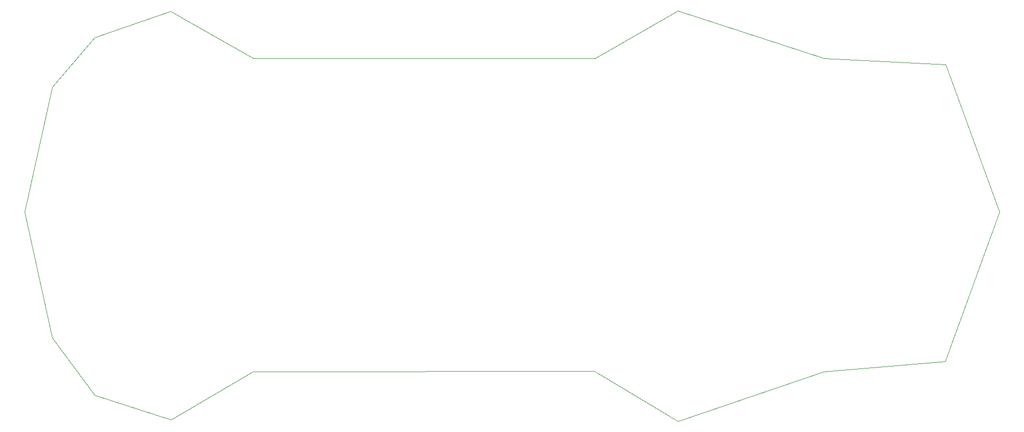
<source format=gbr>
%TF.GenerationSoftware,KiCad,Pcbnew,7.0.5*%
%TF.CreationDate,2023-07-07T07:55:25+07:00*%
%TF.ProjectId,THUC_TAPP,54485543-5f54-4415-9050-2e6b69636164,rev?*%
%TF.SameCoordinates,Original*%
%TF.FileFunction,Profile,NP*%
%FSLAX46Y46*%
G04 Gerber Fmt 4.6, Leading zero omitted, Abs format (unit mm)*
G04 Created by KiCad (PCBNEW 7.0.5) date 2023-07-07 07:55:25*
%MOMM*%
%LPD*%
G01*
G04 APERTURE LIST*
%TA.AperFunction,Profile*%
%ADD10C,0.100000*%
%TD*%
G04 APERTURE END LIST*
D10*
X222444897Y-50713338D02*
X242472797Y-51691238D01*
X251413597Y-76151438D01*
X242396597Y-100865638D01*
X222330597Y-102567438D01*
X198251397Y-110771638D01*
X184460797Y-102440838D01*
X127945797Y-102491638D01*
X114380597Y-110517638D01*
X101817258Y-106456970D01*
X94781458Y-96957370D01*
X90209458Y-76154770D01*
X94781458Y-55453770D01*
X101766458Y-47224170D01*
X114329797Y-42902838D01*
X128045797Y-50726038D01*
X184535397Y-50700638D01*
X198225997Y-42801238D01*
X222444897Y-50713338D01*
M02*

</source>
